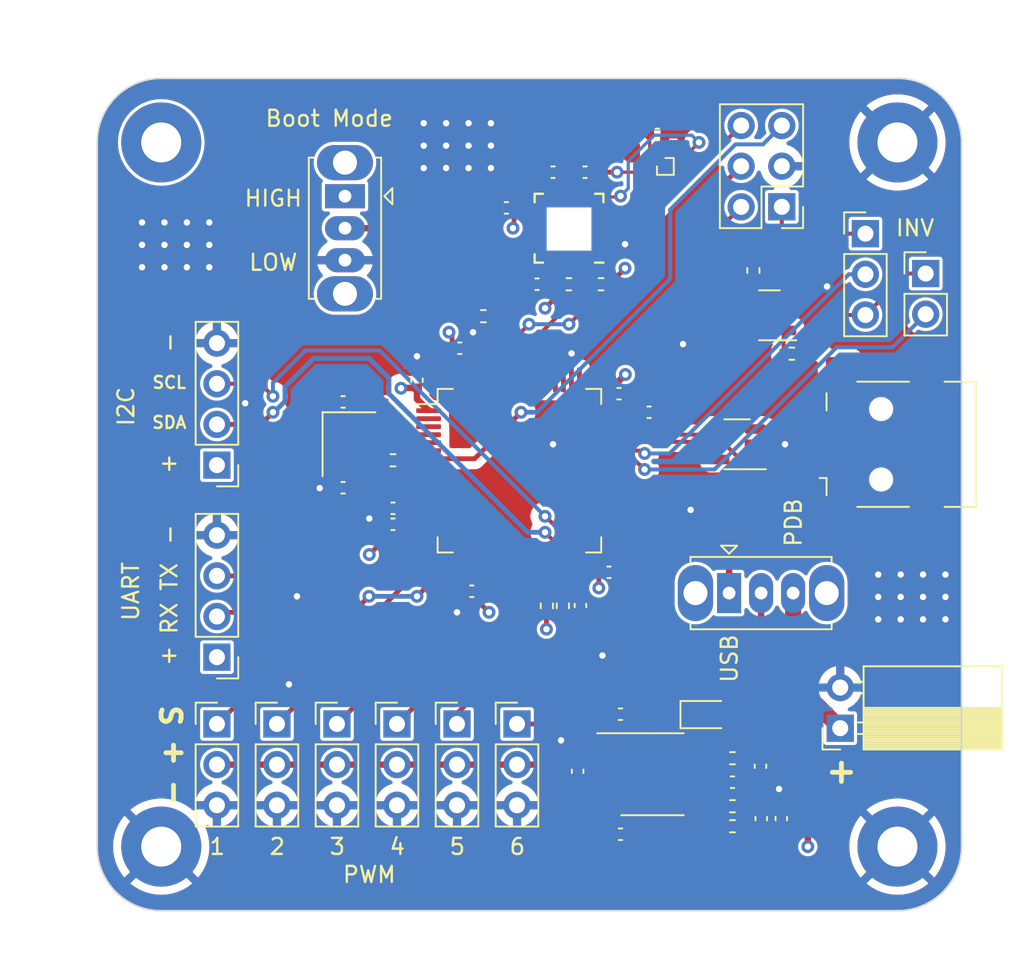
<source format=kicad_pcb>
(kicad_pcb (version 20211014) (generator pcbnew)
  (layers (0 "F.Cu" signal) (1 "In1.Cu" power) (2 "In2.Cu" power) (31 "B.Cu" signal) (34 "B.Paste" user) (35 "F.Paste" user) (36 "B.SilkS" user "B.Silkscreen") (37 "F.SilkS" user "F.Silkscreen") (38 "B.Mask" user) (39 "F.Mask" user) (44 "Edge.Cuts" user))
  (net 0 "")
  (net 1 "+5V")
  (net 2 "GND")
  (net 3 "Net-(C2-Pad1)")
  (net 4 "Net-(C3-Pad1)")
  (net 5 "Net-(C4-Pad1)")
  (net 6 "Net-(C5-Pad1)")
  (net 7 "Net-(C5-Pad2)")
  (net 8 "S_HSE_IN")
  (net 9 "Net-(C7-Pad1)")
  (net 10 "+3V3")
  (net 11 "Net-(C10-Pad1)")
  (net 12 "Net-(C12-Pad1)")
  (net 13 "Net-(C15-Pad1)")
  (net 14 "+3.3VA")
  (net 15 "Net-(C23-Pad2)")
  (net 16 "Net-(C24-Pad1)")
  (net 17 "PDB_REG_5v")
  (net 18 "USB_5v")
  (net 19 "USB_CONN_DM")
  (net 20 "USB_CONN_DP")
  (net 23 "S_SWDIO")
  (net 24 "S_SWCLK")
  (net 25 "S_NRST")
  (net 26 "S_SWO")
  (net 27 "S_USART2_RX")
  (net 28 "S_USART2_TX")
  (net 29 "S_TIM3_CH1")
  (net 30 "S_TIM3_CH2")
  (net 31 "S_TIM3_CH3")
  (net 32 "S_TIM3_CH4")
  (net 33 "S_TIM8_CH1")
  (net 34 "S_TIM8_CH2")
  (net 35 "S_I2C2_SCL")
  (net 36 "S_I2C2_SDA")
  (net 37 "Net-(R2-Pad2)")
  (net 38 "S_BOOT0")
  (net 39 "Net-(R3-Pad2)")
  (net 40 "S_HSE_OUT")
  (net 41 "S_I2C1_SCL")
  (net 42 "S_I2C1_SDA")
  (net 64 "/MCU/SBUS_RX_INV")
  (net 65 "S_SBUS_RX")
  (net 66 "S_USB_DM")
  (net 67 "S_USB_DP")
  (net 81 "SBUS_RX")
  (net 82 "SBUS_TX")
  (net 92 "Net-(Q1-Pad1)")
  (net 93 "AUX_SDA")
  (net 94 "AUX_SCL")
  (footprint "Capacitor_SMD:C_0402_1005Metric" (layer "F.Cu") (at 134.48 101.86 180)
    (fp_text reference "C17" hide)
    (fp_text value "10nF")
  )
  (footprint "Capacitor_SMD:C_0402_1005Metric" (layer "F.Cu") (at 143.48 86.86 180)
    (fp_text reference "C24" hide)
    (fp_text value "2.2uF")
  )
  (footprint "Resistor_SMD:R_0402_1005Metric" (layer "F.Cu") (at 144.094333 106.952348 -90)
    (fp_text reference "R8" hide)
    (fp_text value "4.7k")
  )
  (footprint "Connector_PinHeader_2.54mm:PinHeader_1x03_P2.54mm_Vertical" (layer "F.Cu") (at 164 83.7)
    (fp_text reference "J12" hide)
    (fp_text value "Conn_01x03")
  )
  (footprint "Connector_PinHeader_2.54mm:PinHeader_1x03_P2.54mm_Vertical" (layer "F.Cu") (at 134.73 114.335)
    (fp_text reference "J8" hide)
    (fp_text value "Conn_01x03")
  )
  (footprint "Connector_PinHeader_2.54mm:PinHeader_1x04_P2.54mm_Vertical" (layer "F.Cu") (at 123.48 98.16 180)
    (fp_text reference "J11" hide)
    (fp_text value "Conn_01x04")
  )
  (footprint "Capacitor_SMD:C_0402_1005Metric" (layer "F.Cu") (at 151 77.5)
    (fp_text reference "C19" hide)
    (fp_text value "2.2uF")
  )
  (footprint "Inductor_SMD:L_0402_1005Metric" (layer "F.Cu") (at 134.495 102.86)
    (fp_text reference "L2" hide)
    (fp_text value "39nH")
  )
  (footprint "Button_Switch_THT:SW_Slide_1P2T_CK_OS102011MS2Q" (layer "F.Cu") (at 131.48 81.36 -90)
    (fp_text reference "SW1" hide)
    (fp_text value "SW_SPDT")
  )
  (footprint "Capacitor_SMD:C_0402_1005Metric" (layer "F.Cu") (at 138.652867 90.86)
    (fp_text reference "C14" hide)
    (fp_text value "100nF")
  )
  (footprint "Resistor_SMD:R_0402_1005Metric" (layer "F.Cu") (at 159.4 91.2 180)
    (fp_text reference "R10" hide)
    (fp_text value "1k")
  )
  (footprint "Resistor_SMD:R_0402_1005Metric" (layer "F.Cu") (at 155.691936 119.475527)
    (fp_text reference "R7" hide)
    (fp_text value "3.24k")
  )
  (footprint "Capacitor_SMD:C_0402_1005Metric" (layer "F.Cu") (at 148.691936 113.725527)
    (fp_text reference "C5" hide)
    (fp_text value "100nF")
  )
  (footprint "MountingHole:MountingHole_2.5mm_Pad" (layer "F.Cu") (at 166 122)
    (fp_text reference "H1" hide)
    (fp_text value "MountingHole_Pad")
  )
  (footprint "Diode_SMD:D_SOD-323F" (layer "F.Cu") (at 153.941936 113.75)
    (fp_text reference "D1" hide)
    (fp_text value "PMEG4010EJ")
  )
  (footprint "MountingHole:MountingHole_2.5mm_Pad" (layer "F.Cu") (at 120 122)
    (fp_text reference "H2" hide)
    (fp_text value "MountingHole_Pad")
  )
  (footprint "Capacitor_SMD:C_0402_1005Metric" (layer "F.Cu") (at 146.194598 106.932267 -90)
    (fp_text reference "C10" hide)
    (fp_text value "2.2uF")
  )
  (footprint "Connector_PinHeader_2.54mm:PinHeader_1x04_P2.54mm_Vertical" (layer "F.Cu") (at 123.48 110.16 180)
    (fp_text reference "J4" hide)
    (fp_text value "Conn_01x04")
  )
  (footprint "Resistor_SMD:R_0402_1005Metric" (layer "F.Cu") (at 145.094333 106.952348 -90)
    (fp_text reference "R9" hide)
    (fp_text value "4.7k")
  )
  (footprint "Capacitor_SMD:C_0402_1005Metric" (layer "F.Cu") (at 157.441936 116.975527 -90)
    (fp_text reference "C3" hide)
    (fp_text value "3nF")
  )
  (footprint "Capacitor_SMD:C_0402_1005Metric" (layer "F.Cu") (at 146.48 79.86)
    (fp_text reference "C21" hide)
    (fp_text value "0.1uF")
  )
  (footprint "MountingHole:MountingHole_2.5mm_Pad" (layer "F.Cu") (at 120 78)
    (fp_text reference "H1" hide)
    (fp_text value "MountingHole_Pad")
  )
  (footprint "Capacitor_SMD:C_0402_1005Metric" (layer "F.Cu") (at 134.48 100.86 180)
    (fp_text reference "C16" hide)
    (fp_text value "1uF")
  )
  (footprint "Capacitor_SMD:C_0402_1005Metric" (layer "F.Cu") (at 148.691936 121.225527)
    (fp_text reference "C4" hide)
    (fp_text value "8.2nF")
  )
  (footprint "Capacitor_SMD:C_0402_1005Metric" (layer "F.Cu") (at 141.562228 82.091091)
    (fp_text reference "C22" hide)
    (fp_text value "0.1uF")
  )
  (footprint "Package_SO:SOIC-8_3.9x4.9mm_P1.27mm" (layer "F.Cu") (at 150.691936 117.475527)
    (fp_text reference "U3" hide)
    (fp_text value "TPS54331DR")
  )
  (footprint "Inductor_SMD:L_0402_1005Metric" (layer "F.Cu") (at 158.721414 116.041017 -90)
    (fp_text reference "L1" hide)
    (fp_text value "6.8uH")
  )
  (footprint "Connector_PinHeader_2.54mm:PinHeader_1x03_P2.54mm_Vertical" (layer "F.Cu") (at 130.98 114.335)
    (fp_text reference "J7" hide)
    (fp_text value "Conn_01x03")
  )
  (footprint "Capacitor_SMD:C_0402_1005Metric" (layer "F.Cu") (at 139.405207 106.043876 180)
    (fp_text reference "C9" hide)
    (fp_text value "100nF")
  )
  (footprint "Capacitor_SMD:C_0402_1005Metric" (layer "F.Cu") (at 157.491157 120.250554 90)
    (fp_text reference "C15" hide)
    (fp_text value "22uF")
  )
  (footprint "Connector_USB:USB_Mini-B_Lumberg_2486_01_Horizontal" (layer "F.Cu") (at 164.98 96.86 90)
    (fp_text reference "J2" hide)
    (fp_text value "USB_B_Mini")
  )
  (footprint "Connector_PinSocket_2.54mm:PinSocket_1x02_P2.54mm_Horizontal" (layer "F.Cu") (at 162.425 114.6 180)
    (fp_text reference "J1" hide)
    (fp_text value "Conn_01x02")
  )
  (footprint "Capacitor_SMD:C_0402_1005Metric" (layer "F.Cu") (at 135.98 92.86 90)
    (fp_text reference "C8" hide)
    (fp_text value "4.7uF")
  )
  (footprint "Sensor_Motion:InvenSense_QFN-24_4x4mm_P0.5mm" (layer "F.Cu") (at 145.48 83.36 180)
    (fp_text reference "U2" hide)
    (fp_text value "MPU-6050")
  )
  (footprint "Resistor_SMD:R_0402_1005Metric" (layer "F.Cu") (at 147.48 86.86)
    (fp_text reference "R6" hide)
    (fp_text value "4.7k")
  )
  (footprint "Button_Switch_THT:SW_Slide_1P2T_CK_OS102011MS2Q" (layer "F.Cu") (at 155.48 106.1575)
    (fp_text reference "SW2" hide)
    (fp_text value "SW_SPDT")
  )
  (footprint "Capacitor_SMD:C_0402_1005Metric" (layer "F.Cu") (at 158.743383 120.250554 90)
    (fp_text reference "C18" hide)
    (fp_text value "22uF")
  )
  (footprint "Capacitor_SMD:C_0402_1005Metric" (layer "F.Cu") (at 155.691936 117.975527)
    (fp_text reference "C2" hide)
    (fp_text value "10pF")
  )
  (footprint "Fuse:Fuse_0402_1005Metric" (layer "F.Cu") (at 160.441936 120.261538 -90)
    (fp_text reference "F1" hide)
    (fp_text value "750mA")
  )
  (footprint "Connector_PinHeader_2.54mm:PinHeader_1x02_P2.54mm_Vertical" (layer "F.Cu") (at 167.765581 86.191641)
    (fp_text reference "J13" hide)
    (fp_text value "Conn_01x02")
  )
  (footprint "Capacitor_SMD:C_0402_1005Metric" (layer "F.Cu") (at 147.98 104.86)
    (fp_text reference "C11" hide)
    (fp_text value "100nF")
  )
  (footprint "Capacitor_SMD:C_0402_1005Metric" (layer "F.Cu") (at 131.363061 94.213999)
    (fp_text reference "C6" hide)
    (fp_text value "12pF")
  )
  (footprint "Resistor_SMD:R_0402_1005Metric" (layer "F.Cu") (at 145.47 86.86 180)
    (fp_text reference "R5" hide)
    (fp_text value "4.7k")
  )
  (footprint "Capacitor_SMD:C_0402_1005Metric" (layer "F.Cu") (at 146.016872 117.293771 -90)
    (fp_text reference "C1" hide)
    (fp_text value "10uF")
  )
  (footprint "Capacitor_SMD:C_0402_1005Metric" (layer "F.Cu") (at 150.48 94.86)
    (fp_text reference "C12" hide)
    (fp_text value "2.2uF")
  )
  (footprint "Connector_PinHeader_2.54mm:PinHeader_1x03_P2.54mm_Vertical" (layer "F.Cu") (at 123.48 114.335)
    (fp_text reference "J5" hide)
    (fp_text value "Conn_01x03")
  )
  (footprint "Connector_PinHeader_2.54mm:PinHeader_1x03_P2.54mm_Vertical" (layer "F.Cu") (at 142.23 114.335)
    (fp_text reference "J10" hide)
    (fp_text value "Conn_01x03")
  )
  (footprint "Connector_PinHeader_2.54mm:PinHeader_1x03_P2.54mm_Vertical" (layer "F.Cu") (at 138.48 114.335)
    (fp_text reference "J9" hide)
    (fp_text value "Conn_01x03")
  )
  (footprint "Package_QFP:LQFP-64_10x10mm_P0.5mm" (layer "F.Cu") (at 142.38 98.51)
    (fp_text reference "U1" hide)
    (fp_text value "STM32F405RGT6")
  )
  (footprint "Package_BGA:WLP-4_0.83x0.83mm_P0.4mm" (layer "F.Cu") (at 151.5 79.5)
    (fp_text reference "U5" hide)
    (fp_text value "MMC5603NJ")
  )
  (footprint "Capacitor_SMD:C_0402_1005Metric" (layer "F.Cu") (at 148.6 93.7)
    (fp_text reference "C13" hide)
    (fp_text value "100nF")
  )
  (footprint "Capacitor_SMD:C_0402_1005Metric" (layer "F.Cu") (at 131.363061 99.574404 180)
    (fp_text reference "C7" hide)
    (fp_text value "12pF")
  )
  (footprint "Resistor_SMD:R_0402_1005Metric" (layer "F.Cu") (at 155.691936 120.725527 180)
    (fp_text reference "R2" hide)
    (fp_text value "10.2k")
  )
  (footprint "Package_TO_SOT_SMD:SOT-23" (layer "F.Cu") (at 158 88.8 180)
    (fp_text reference "Q1" hide)
    (fp_text value "MMBT3904")
  )
  (footprint "Connector_PinHeader_2.54mm:PinHeader_1x03_P2.54mm_Vertical" (layer "F.Cu") (at 127.23 114.335)
    (fp_text reference "J6" hide)
    (fp_text value "Conn_01x03")
  )
  (footprint "Capacitor_SMD:C_0402_1005Metric" (layer "F.Cu") (at 144.48 79.86)
    (fp_text reference "C23" hide)
    (fp_text value "0.1uF")
  )
  (footprint "Resistor_SMD:R_0402_1005Metric" (layer "F.Cu") (at 140.129726 88.857033 180)
    (fp_text reference "R3" hide)
    (fp_text value "10k")
  )
  (footprint "Resistor_SMD:R_0402_1005Metric" (layer "F.Cu") (at 155.691936 116.475527)
    (fp_text reference "R1" hide)
    (fp_text value "11.5k")
  )
  (footprint "Package_TO_SOT_SMD:SOT-23-6" (layer "F.Cu") (at 155.98 96.86 180)
    (fp_text reference "U4" hide)
    (fp_text value "USBLC6-2SC6")
  )
  (footprint "Crystal:Crystal_SMD_3225-4Pin_3.2x2.5mm" (layer "F.Cu") (at 131.73 96.86 -90)
    (fp_text reference "Y1" hide)
    (fp_text value "16MHz")
  )
  (footprint "MountingHole:MountingHole_2.5mm_Pad" (layer "F.Cu") (at 166 78)
    (fp_text reference "H3" hide)
    (fp_text value "MountingHole_Pad")
  )
  (footprint "Resistor_SMD:R_0402_1005Metric" (layer "F.Cu") (at 134.48 97.86 180)
    (fp_text reference "R4" hide)
    (fp_text value "47")
  )
  (footprint "Connector_PinHeader_2.54mm:PinHeader_2x03_P2.54mm_Vertical" (layer "F.Cu") (at 158.775 82.025 180)
    (fp_text reference "J3" hide)
    (fp_text value "Conn_02x03_Odd_Even")
  )
  (footprint "Resistor_SMD:R_0402_1005Metric" (layer "F.Cu") (at 157 86 90)
    (fp_text reference "R11" hide)
    (fp_text value "1k")
  )
  (gr_line (start 166 74) (end 120 74) (layer "Edge.Cuts") (width 0.1))
  (gr_arc (start 116 78) (mid 117.171573 75.171573) (end 120 74) (layer "Edge.Cuts") (width 0.1))
  (gr_arc (start 166 74) (mid 168.828427 75.171573) (end 170 78) (layer "Edge.Cuts") (width 0.1))
  (gr_line (start 116 78) (end 116 122) (layer "Edge.Cuts") (width 0.1))
  (gr_arc (start 170 122) (mid 168.828427 124.828427) (end 166 126) (layer "Edge.Cuts") (width 0.1))
  (gr_line (start 170 122) (end 170 78) (layer "Edge.Cuts") (width 0.1))
  (gr_line (start 119.828427 126) (end 166 126) (layer "Edge.Cuts") (width 0.1))
  (gr_arc (start 119.832104 125.999999) (mid 117.112626 124.769703) (end 116 122) (layer "Edge.Cuts") (width 0.1))
  (gr_text "HIGH" (at 127 81.5) (layer "F.SilkS") (effects (font (size 1 1))))
  (gr_text "SDA" (at 120.5 95.5) (layer "F.SilkS") (effects (font (size 0.75 0.75))))
  (gr_text "-" (at 120.5 90.5 90) (layer "F.SilkS") (effects (font (size 1 1))))
  (gr_text "+" (at 120.5 110) (layer "F.SilkS") (effects (font (size 1 1))))
  (gr_text "2" (at 127.25 122) (layer "F.SilkS") (effects (font (size 1 1))))
  (gr_text "UART" (at 118.1 106.05 90) (layer "F.SilkS") (effects (font (size 1 1))))
  (gr_text "Boot Mode" (at 130.5 76.5) (layer "F.SilkS") (effects (font (size 1 1))))
  (gr_text "USB" (at 155.5 110.25 90) (layer "F.SilkS") (effects (font (size 1 1))))
  (gr_text "I2C" (at 117.8 94.5 90) (layer "F.SilkS") (effects (font (size 1 1))))
  (gr_text "- + S" (at 120.680903 116.314267 90) (layer "F.SilkS") (effects (font (size 1.25 1.25) (thickness 0.3))))
  (gr_text "3" (at 131 122) (layer "F.SilkS") (effects (font (size 1 1))))
  (gr_text "6" (at 142.25 122) (layer "F.SilkS") (effects (font (size 1 1))))
  (gr_text "-" (at 120.5 102.5 90) (layer "F.SilkS") (effects (font (size 1 1))))
  (gr_text "PWM" (at 133 123.75) (layer "F.SilkS") (effects (font (size 1 1))))
  (gr_text "INV" (at 167.1 83.35) (layer "F.SilkS") (effects (font (size 1 1))))
  (gr_text "SCL" (at 120.5 93) (layer "F.SilkS") (effects (font (size 0.75 0.75))))
  (gr_text "1" (at 123.5 122) (layer "F.SilkS") (effects (font (size 1 1))))
  (gr_text "4" (at 134.75 122) (layer "F.SilkS") (effects (font (size 1 1))))
  (gr_text "5" (at 138.5 122) (layer "F.SilkS") (effects (font (size 1 1))))
  (gr_text "+" (at 162.5 117.25) (layer "F.SilkS") (effects (font (size 1.5 1.5) (thickness 0.3))))
  (gr_text "+" (at 120.5 98) (layer "F.SilkS") (effects (font (size 1 1))))
  (gr_text "LOW" (at 127 85.5) (layer "F.SilkS") (effects (font (size 1 1))))
  (gr_text "PDB" (at 159.5 101.75 90) (layer "F.SilkS") (effects (font (size 1 1))))
  (gr_text "RX TX" (at 120.5 106.5 90) (layer "F.SilkS") (effects (font (size 1 1))))
  (segment (start 147.734798 116.840527) (end 146.583041 115.68877) (width 0.4) (layer "F.Cu") (net 1))
  (segment (start 138.48 116.875) (end 142.23 116.875) (width 0.4) (layer "F.Cu") (net 1))
  (segment (start 130.98 116.875) (end 134.73 116.875) (width 0.4) (layer "F.Cu") (net 1))
  (segment (start 142.23 116.875) (end 145.955643 116.875) (width 0.4) (layer "F.Cu") (net 1))
  (segment (start 146.583041 114.281426) (end 152.504467 108.36) (width 0.4) (layer "F.Cu") (net 1))
  (segment (start 146.583041 115.68877) (end 146.583041 114.281426) (width 0.4) (layer "F.Cu") (net 1))
  (segment (start 148.216936 116.840527) (end 147.734798 116.840527) (width 0.4) (layer "F.Cu") (net 1))
  (segment (start 156.9275 108.36) (end 157.48 107.8075) (width 0.4) (layer "F.Cu") (net 1))
  (segment (start 157.48 107.8075) (end 157.48 106.1575) (width 0.4) (layer "F.Cu") (net 1))
  (segment (start 123.48 116.875) (end 127.23 116.875) (width 0.4) (layer "F.Cu") (net 1))
  (segment (start 145.955643 116.875) (end 146.016872 116.813771) (width 0.4) (layer "F.Cu") (net 1))
  (segment (start 134.73 116.875) (end 138.48 116.875) (width 0.4) (layer "F.Cu") (net 1))
  (segment (start 127.23 116.875) (end 130.98 116.875) (width 0.4) (layer "F.Cu") (net 1))
  (segment (start 152.504467 108.36) (end 156.9275 108.36) (width 0.4) (layer "F.Cu") (net 1))
  (segment (start 148.216936 116.840527) (end 146.043628 116.840527) (width 0.4) (layer "F.Cu") (net 1))
  (segment (start 146.043628 116.840527) (end 146.016872 116.813771) (width 0.4) (layer "F.Cu") (net 1))
  (segment (start 133 101.5) (end 134.29952 100.20048) (width 0.3) (layer "F.Cu") (net 2))
  (segment (start 134 100.86) (end 133.64 100.86) (width 0.3) (layer "F.Cu") (net 2))
  (segment (start 132.58 94.950938) (end 131.843061 94.213999) (width 0.3) (layer "F.Cu") (net 2))
  (segment (start 130.88 99.571343) (end 130.883061 99.574404) (width 0.3) (layer "F.Cu") (net 2))
  (segment (start 130.857465 99.6) (end 130.883061 99.574404) (width 0.4) (layer "F.Cu") (net 2))
  (segment (start 148.73 84.61) (end 147.43 84.61) (width 0.3) (layer "F.Cu") (net 2))
  (segment (start 139.13 92.835) (end 139.13 90.862867) (width 0.3) (layer "F.Cu") (net 2))
  (segment (start 139.13 90.862867) (end 139.132867 90.86) (width 0.3) (layer "F.Cu") (net 2))
  (segment (start 138.925207 106.043876) (end 138.925207 106.914793) (width 0.3) (layer "F.Cu") (net 2))
  (segment (start 156.921936 117.975527) (end 157.441936 117.455527) (width 0.3) (layer "F.Cu") (net 2))
  (segment (start 144.73 80.919994) (end 144.73 81.41) (width 0.25) (layer "F.Cu") (net 2))
  (segment (start 151.48 77.5) (end 151.275489 77.704511) (width 0.2) (layer "F.Cu") (net 2))
  (segment (start 156.171936 117.975527) (end 156.921936 117.975527) (width 0.3) (layer "F.Cu") (net 2))
  (segment (start 139.132867 90.207133) (end 139.48 89.86) (width 0.3) (layer "F.Cu") (net 2))
  (segment (start 144 80.189994) (end 144.73 80.919994) (width 0.25) (layer "F.Cu") (net 2))
  (segment (start 130.88 97.96) (end 130.88 99.571343) (width 0.3) (layer "F.Cu") (net 2))
  (segment (start 148.98 84.36) (end 148.73 84.61) (width 0.3) (layer "F.Cu") (net 2))
  (segment (start 145.73 80.13) (end 145.73 81.41) (width 0.25) (layer "F.Cu") (net 2))
  (segment (start 157.1175 96.86) (end 158.98 96.86) (width 0.4) (layer "F.Cu") (net 2))
  (segment (start 143 85.14) (end 143 86.86) (width 0.25) (layer "F.Cu") (net 2))
  (segment (start 134 100.86) (end 134 101.86) (width 0.3) (layer "F.Cu") (net 2))
  (segment (start 135.42 100.20048) (end 135.47952 100.26) (width 0.3) (layer "F.Cu") (net 2))
  (segment (start 135.47952 100.26) (end 136.705 100.26) (width 0.3) (layer "F.Cu") (net 2))
  (segment (start 134.29952 100.20048) (end 135.42 100.20048) (width 0.3) (layer "F.Cu") (net 2))
  (segment (start 144 79.86) (end 144 80.189994) (width 0.25) (layer "F.Cu") (net 2))
  (segment (start 133.64 100.86) (end 133 101.5) (width 0.3) (layer "F.Cu") (net 2))
  (segment (start 146 79.86) (end 145.73 80.13) (width 0.25) (layer "F.Cu") (net 2))
  (segment (start 135.98 92.38) (end 135.98 91.36) (width 0.3) (layer "F.Cu") (net 2))
  (segment (start 151.275489 77.704511) (end 151.275489 79.15) (width 0.2) (layer "F.Cu") (net 2))
  (segment (start 139.132867 90.86) (end 139.132867 90.207133) (width 0.3) (layer "F.Cu") (net 2))
  (segment (start 132.58 95.76) (end 132.58 94.950938) (width 0.3) (layer "F.Cu") (net 2))
  (segment (start 139.13 105.839083) (end 139.13 104.185) (width 0.3) (layer "F.Cu") (net 2))
  (segment (start 129.9 99.6) (end 130.857465 99.6) (width 0.4) (layer "F.Cu") (net 2))
  (segment (start 138.925207 106.914793) (end 138.48 107.36) (width 0.3) (layer "F.Cu") (net 2))
  (segment (start 138.925207 106.043876) (end 139.13 105.839083) (width 0.3) (layer "F.Cu") (net 2))
  (segment (start 143.53 84.61) (end 143 85.14) (width 0.25) (layer "F.Cu") (net 2))
  (via (at 164.8 106.4) (size 0.8) (drill 0.4) (layers "F.Cu" "B.Cu") (net 2))
  (via (at 125.244256 94.297593) (size 0.8) (drill 0.4) (layers "F.Cu" "B.Cu") (net 2))
  (via (at 138.48 107.36) (size 0.8) (drill 0.4) (layers "F.Cu" "B.Cu") (net 2))
  (via (at 120.2 84.4) (size 0.8) (drill 0.4) (layers "F.Cu" "B.Cu") (net 2))
  (via (at 153.08 100.96) (size 0.8) (drill 0.4) (layers "F.Cu" "B.Cu") (net 2))
  (via (at 164.8 105) (size 0.8) (drill 0.4) (layers "F.Cu" "B.Cu") (net 2))
  (via (at 120.2 85.8) (size 0.8) (drill 0.4) (layers "F.Cu" "B.Cu") (net 2))
  (via (at 169 106.4) (size 0.8) (drill 0.4) (layers "F.Cu" "B.Cu") (net 2))
  (via (at 145.638193 91.181215) (size 0.8) (drill 0.4) (layers "F.Cu" "B.Cu") (net 2))
  (via (at 140.6 79.6) (size 0.8) (drill 0.4) (layers "F.Cu" "B.Cu") (net 2))
  (via (at 133 101.5) (size 0.8) (drill 0.4) (layers "F.Cu" "B.Cu") (net 2))
  (via (at 158.6 118.4) (size 0.8) (drill 0.4) (layers "F.Cu" "B.Cu") (net 2))
  (via (at 123 84.4) (size 0.8) (drill 0.4) (layers "F.Cu" "B.Cu") (net 2))
  (via (at 123 83) (size 0.8) (drill 0.4) (layers "F.Cu" "B.Cu") (net 2))
  (via (at 169 105) (size 0.8) (drill 0.4) (layers "F.Cu" "B.Cu") (net 2))
  (via (at 137.8 76.8) (size 0.8) (drill 0.4) (layers "F.Cu" "B.Cu") (net 2))
  (via (at 135.98 91.36) (size 0.8) (drill 0.4) (layers "F.Cu" "B.Cu") (net 2))
  (via (at 139.2 79.6) (size 0.8) (drill 0.4) (layers "F.Cu" "B.Cu") (net 2))
  (via (at 144.48 96.86) (size 0.8) (drill 0.4) (layers "F.Cu" "B.Cu") (net 2))
  (via (at 166.2 107.8) (size 0.8) (drill 0.4) (layers "F.Cu" "B.Cu") (net 2))
  (via (at 167.6 107.8) (size 0.8) (drill 0.4) (layers "F.Cu" "B.Cu") (net 2))
  (via (at 167.6 105) (size 0.8) (drill 0.4) (layers "F.Cu" "B.Cu") (net 2))
  (via (at 123 85.8) (size 0.8) (drill 0.4) (layers "F.Cu" "B.Cu") (net 2))
  (via (at 140.6 78.2) (size 0.8) (drill 0.4) (layers "F.Cu" "B.Cu") (net 2))
  (via (at 166.2 105) (size 0.8) (drill 0.4) (layers "F.Cu" "B.Cu") (net 2))
  (via (at 161.6 87) (size 0.8) (drill 0.4) (layers "F.Cu" "B.Cu") (net 2))
  (via (at 137.8 78.2) (size 0.8) (drill 0.4) (layers "F.Cu" "B.Cu") (net 2))
  (via (at 136.4 79.6) (size 0.8) (drill 0.4) (layers "F.Cu" "B.Cu") (net 2))
  (via (at 137.8 79.6) (size 0.8) (drill 0.4) (layers "F.Cu" "B.Cu") (net 2))
  (via (at 164.8 107.8) (size 0.8) (drill 0.4) (layers "F.Cu" "B.Cu") (net 2))
  (via (at 152.6 90.6) (size 0.8) (drill 0.4) (layers "F.Cu" "B.Cu") (net 2))
  (via (at 169 107.8) (size 0.8) (drill 0.4) (layers "F.Cu" "B.Cu") (net 2))
  (via (at 136.4 76.8) (size 0.8) (drill 0.4) (layers "F.Cu" "B.Cu") (net 2))
  (via (at 158.98 96.86) (size 0.8) (drill 0.4) (layers "F.Cu" "B.Cu") (net 2))
  (via (at 127.98 111.86) (size 0.8) (drill 0.4) (layers "F.Cu" "B.Cu") (net 2))
  (via (at 121.6 85.8) (size 0.8) (drill 0.4) (layers "F.Cu" "B.Cu") (net 2))
  (via (at 120.2 83) (size 0.8) (drill 0.4) (layers "F.Cu" "B.Cu") (net 2))
  (via (at 121.6 83) (size 0.8) (drill 0.4) (layers "F.Cu" "B.Cu") (net 2))
  (via (at 144.98 115.36) (size 0.8) (drill 0.4) (layers "F.Cu" "B.Cu") (net 2))
  (via (at 140.6 76.8) (size 0.8) (drill 0.4) (layers "F.Cu" "B.Cu") (net 2))
  (via (at 148.98 84.36) (size 0.8) (drill 0.4) (layers "F.Cu" "B.Cu") (net 2))
  (via (at 128.48 106.36) (size 0.8) (drill 0.4) (layers "F.Cu" "B.Cu") (net 2))
  (via (at 139.2 78.2) (size 0.8) (drill 0.4) (layers "F.Cu" "B.Cu") (net 2))
  (via (at 166.2 106.4) (size 0.8) (drill 0.4) (layers "F.Cu" "B.Cu") (net 2))
  (via (at 118.8 85.8) (size 0.8) (drill 0.4) (layers "F.Cu" "B.Cu") (net 2))
  (via (at 118.8 84.4) (size 0.8) (drill 0.4) (layers "F.Cu" "B.Cu") (net 2))
  (via (at 118.8 83) (size 0.8) (drill 0.4) (layers "F.Cu" "B.Cu") (net 2))
  (via (at 139.48 89.86) (size 0.8) (drill 0.4) (layers "F.Cu" "B.Cu") (net 2))
  (via (at 129.9 99.6) (size 0.8) (drill 0.4) (layers "F.Cu" "B.Cu") (net 2))
  (via (at 121.6 84.4) (size 0.8) (drill 0.4) (layers "F.Cu" "B.Cu") (net 2))
  (via (at 136.4 78.2) (size 0.8) (drill 0.4) (layers "F.Cu" "B.Cu") (net 2))
  (via (at 167.6 106.4) (size 0.8) (drill 0.4) (layers "F.Cu" "B.Cu") (net 2))
  (via (at 147.567283 110.059092) (size 0.8) (drill 0.4) (layers "F.Cu" "B.Cu") (net 2))
  (via (at 139.2 76.8) (size 0.8) (drill 0.4) (layers "F.Cu" "B.Cu") (net 2))
  (segment (start 153.301936 117.975527) (end 153.166936 118.110527) (width 0.4) (layer "F.Cu") (net 3))
  (segment (start 155.211936 116.505527) (end 155.181936 116.475527) (width 0.4) (layer "F.Cu") (net 3))
  (segment (start 155.211936 117.975527) (end 155.211936 116.505527) (width 0.4) (layer "F.Cu") (net 3))
  (segment (start 155.211936 117.975527) (end 153.301936 117.975527) (width 0.4) (layer "F.Cu") (net 3))
  (segment (start 157.421936 116.475527) (end 157.441936 116.495527) (width 0.4) (layer "F.Cu") (net 4))
  (segment (start 156.201936 116.475527) (end 157.421936 116.475527) (width 0.4) (layer "F.Cu") (net 4))
  (segment (start 148.211936 121.225527) (end 148.211936 119.385527) (width 0.5) (layer "F.Cu") (net 5))
  (segment (start 148.211936 119.385527) (end 148.216936 119.380527) (width 0.5) (layer "F.Cu") (net 5))
  (segment (start 148.216936 115.570527) (end 148.216936 113.730527) (width 0.4) (layer "F.Cu") (net 6))
  (segment (start 148.216936 113.730527) (end 148.211936 113.725527) (width 0.4) (layer "F.Cu") (net 6))
  (segment (start 152.841936 113.75) (end 149.196409 113.75) (width 0.4) (layer "F.Cu") (net 7))
  (segment (start 152.841936 113.75) (end 152.841936 115.245527) (width 0.4) (layer "F.Cu") (net 7))
  (segment (start 153.181446 115.556017) (end 153.166936 115.570527) (width 0.4) (layer "F.Cu") (net 7))
  (segment (start 152.841936 115.245527) (end 153.166936 115.570527) (width 0.4) (layer "F.Cu") (net 7))
  (segment (start 158.721414 115.556017) (end 153.181446 115.556017) (width 0.4) (layer "F.Cu") (net 7))
  (segment (start 149.196409 113.75) (end 149.171936 113.725527) (width 0.4) (layer "F.Cu") (net 7))
  (segment (start 130.88 95.76) (end 130.88 94.21706) (width 0.3) (layer "F.Cu") (net 8))
  (segment (start 130.88 94.21706) (end 130.883061 94.213999) (width 0.3) (layer "F.Cu") (net 8))
  (segment (start 131.006786 96.886786) (end 135.256786 96.886786) (width 0.3) (layer "F.Cu") (net 8))
  (segment (start 135.383572 96.76) (end 136.705 96.76) (width 0.3) (layer "F.Cu") (net 8))
  (segment (start 130.88 96.76) (end 131.006786 96.886786) (width 0.3) (layer "F.Cu") (net 8))
  (segment (start 135.256786 96.886786) (end 135.383572 96.76) (width 0.3) (layer "F.Cu") (net 8))
  (segment (start 130.88 95.76) (end 130.88 96.76) (width 0.3) (layer "F.Cu") (net 8))
  (segment (start 133.97 97.86) (end 132.68 97.86) (width 0.4) (layer "F.Cu") (net 9))
  (segment (start 132.58 97.96) (end 132.58 98.837465) (width 0.4) (layer "F.Cu") (net 9))
  (segment (start 132.68 97.86) (end 132.58 97.96) (width 0.4) (layer "F.Cu") (net 9))
  (segment (start 132.58 98.837465) (end 131.843061 99.574404) (width 0.4) (layer "F.Cu") (net 9))
  (segment (start 139.885207 106.765207) (end 140.48 107.36) (width 0.3) (layer "F.Cu") (net 10))
  (segment (start 160.4 120.788474) (end 160.441936 120.746538) (width 0.4) (layer "F.Cu") (net 10))
  (segment (start 145.094333 107.462348) (end 144.094333 107.462348) (width 0.3) (layer "F.Cu") (net 10))
  (segment (start 148.10452 94.71048) (end 148.055 94.71048) (width 0.4) (layer "F.Cu") (net 10))
  (segment (start 139.885207 106.043876) (end 139.885207 106.765207) (width 0.3) (layer "F.Cu") (net 10))
  (segment (start 149 92.5) (end 148.12 93.38) (width 0.4) (layer "F.Cu") (net 10))
  (segment (start 150.52 77.5) (end 150.52 79.12035) (width 0.2) (layer "F.Cu") (net 10))
  (segment (start 133.89 102.86) (end 133 103.75) (width 0.3) (layer "F.Cu") (net 10))
  (segment (start 136.65548 94.71048) (end 136.705 94.71048) (width 0.4) (layer "F.Cu") (net 10))
  (segment (start 147.5 104.86) (end 146.805 104.86) (width 0.25) (layer "F.Cu") (net 10))
  (segment (start 138.172867 90.052867) (end 137.98 89.86) (width 0.3) (layer "F.Cu") (net 10))
  (segment (start 144.96 87.38) (end 144.96 86.86) (width 0.3) (layer "F.Cu") (net 10))
  (segment (start 146.96 80.189994) (end 146.23 80.919994) (width 0.25) (layer "F.Cu") (net 10))
  (segment (start 157 85.49) (end 158.775 83.715) (width 0.25) (layer "F.Cu") (net 10))
  (segment (start 138.63 92.835) (end 138.172867 92.377867) (width 0.3) (layer "F.Cu") (net 10))
  (segment (start 139.885207 106.043876) (end 139.63 105.788669) (width 0.3) (layer "F.Cu") (net 10))
  (segment (start 147.341036 105.836912) (end 147.341036 105.018964) (width 0.3) (layer "F.Cu") (net 10))
  (segment (start 142.042228 82.091091) (end 142.042228 83.297772) (width 0.3) (layer "F.Cu") (net 10))
  (segment (start 135 93.34) (end 134.98 93.36) (width 0.4) (layer "F.Cu") (net 10))
  (segment (start 144.067913 108.412621) (end 144.067913 107.488768) (width 0.3) (layer "F.Cu") (net 10))
  (segment (start 142.061137 82.11) (end 142.042228 82.091091) (width 0.3) (layer "F.Cu") (net 10))
  (segment (start 135.98 93.34) (end 135 93.34) (width 0.4) (layer "F.Cu") (net 10))
  (segment (start 151.14 79.86) (end 151.2 79.8) (width 0.2) (layer "F.Cu") (net 10))
  (segment (start 148.98 85.86) (end 148.98 85.87) (width 0.3) (layer "F.Cu") (net 10))
  (segment (start 150.52 79.12035) (end 151.124161 79.724511) (width 0.2) (layer "F.Cu") (net 10))
  (segment (start 146.96 79.86) (end 146.96 80.189994) (width 0.25) (layer "F.Cu") (net 10))
  (segment (start 135.98 94.035) (end 136.65548 94.71048) (width 0.4) (layer "F.Cu") (net 10))
  (segment (start 148.48 79.86) (end 146.96 79.86) (width 0.3) (layer "F.Cu") (net 10))
  (segment (start 146.805 104.86) (end 146.13 104.185) (width 0.25) (layer "F.Cu") (net 10))
  (segment (start 143.98 88.36) (end 144.96 87.38) (width 0.3) (layer "F.Cu") (net 10))
  (segment (start 142.042228 83.297772) (end 141.98 83.36) (width 0.3) (layer "F.Cu") (net 10))
  (segment (start 138.172867 90.86) (end 138.172867 90.052867) (width 0.3) (layer "F.Cu") (net 10))
  (segment (start 160.4 122) (end 160.4 120.788474) (width 0.4) (layer "F.Cu") (net 10))
  (segment (start 148.12 94.695) (end 148.10452 94.71048) (width 0.4) (layer "F.Cu") (net 10))
  (segment (start 148.12 93.38) (end 148.12 93.7) (width 0.4) (layer "F.Cu") (net 10))
  (segment (start 148.12 93.7) (end 148.12 94.695) (width 0.4) (layer "F.Cu") (net 10))
  (segment (start 139.63 105.788669) (end 139.63 104.185) (width 0.3) (layer "F.Cu") (net 10))
  (segment (start 135.98 93.34) (end 135.98 94.035) (width 0.4) (layer "F.Cu") (net 10))
  (segment (start 138.172867 92.377867) (end 138.172867 90.86) (width 0.3) (layer "F.Cu") (net 10))
  (segment (start 147.341036 105.018964) (end 147.5 104.86) (width 0.3) (layer "F.Cu") (net 10))
  (segment (start 158.775 83.715) (end 158.775 82.025) (width 0.25) (layer "F.Cu") (net 10))
  (segment (start 148.48 79.86) (end 151.14 79.86) (width 0.2) (layer "F.Cu") (net 10))
  (segment (start 148.98 85.87) (end 147.99 86.86) (width 0.3) (layer "F.Cu") (net 10))
  (segment (start 146.23 80.919994) (end 146.23 81.41) (width 0.25) (layer "F.Cu") (net 10))
  (segment (start 134.01 102.86) (end 133.89 102.86) (width 0.3) (layer "F.Cu") (net 10))
  (segment (start 143.53 82.11) (end 142.061137 82.11) (width 0.3) (layer "F.Cu") (net 10))
  (segment (start 144.067913 107.488768) (end 144.094333 107.462348) (width 0.3) (layer "F.Cu") (net 10))
  (via (at 137.98 89.86) (size 0.8) (drill 0.4) (layers "F.Cu" "B.Cu") (net 10))
  (via (at 148.98 85.86) (size 0.8) (drill 0.4) (layers "F.Cu" "B.Cu") (net 10))
  (via (at 133 103.75) (size 0.8) (drill 0.4) (layers "F.Cu" "B.Cu") (net 10))
  (via (at 148.48 79.86) (size 0.8) (drill 0.4) (layers "F.Cu" "B.Cu") (net 10))
  (via (at 143.98 88.36) (size 0.8) (drill 0.4) (layers "F.Cu" "B.Cu") (net 10))
  (via (at 144.067913 108.412621) (size 0.8) (drill 0.4) (layers "F.Cu" "B.Cu") (net 10))
  (via (at 134.98 93.36) (size 0.8) (drill 0.4) (layers "F.Cu" "B.Cu") (net 10))
  (via (at 147.341036 105.836912) (size 0.8) (drill 0.4) (layers "F.Cu" "B.Cu") (net 10))
  (via (at 160.4 122) (size 0.8) (drill 0.4) (layers "F.Cu" "B.Cu") (net 10))
  (via (at 141.98 83.36) (size 0.8) (drill 0.4) (layers "F.Cu" "B.Cu") (net 10))
  (via (at 149 92.5) (size 0.8) (drill 0.4) (layers "F.Cu" "B.Cu") (net 10))
  (via (at 140.48 107.36) (size 0.8) (drill 0.4) (layers "F.Cu" "B.Cu") (net 10))
  (segment (start 145.63 105.887669) (end 146.194598 106.452267) (width 0.25) (layer "F.Cu") (net 11))
  (segment (start 145.63 104.185) (end 145.63 105.887669) (width 0.25) (layer "F.Cu") (net 11))
  (segment (start 149.6 95.26) (end 150 94.86) (width 0.3) (layer "F.Cu") (net 12))
  (segment (start 148.055 95.26) (end 149.6 95.26) (width 0.3) (layer "F.Cu") (net 12))
  (segment (start 158.743383 120.730554) (end 159.364317 120.730554) (width 0.4) (layer "F.Cu") (net 13))
  (segment (start 160.441936 118.241936) (end 160.441936 119.776538) (width 0.4) (layer "F.Cu") (net 13))
  (segment (start 156.206963 120.730554) (end 156.201936 120.725527) (width 0.4) (layer "F.Cu") (net 13))
  (segment (start 157.491157 120.730554) (end 156.206963 120.730554) (width 0.4) (layer "F.Cu") (net 13))
  (segment (start 159.364317 120.730554) (end 160.318333 119.776538) (width 0.4) (layer "F.Cu") (net 13))
  (segment (start 158.743383 120.730554) (end 157.491157 120.730554) (width 0.4) (layer "F.Cu") (net 13))
  (segment (start 160.318333 119.776538) (end 160.441936 119.776538) (width 0.4) (layer "F.Cu") (net 13))
  (segment (start 158.721414 116.526017) (end 158.726017 116.526017) (width 0.4) (layer "F.Cu") (net 13))
  (segment (start 158.726017 116.526017) (end 160.441936 118.241936) (width 0.4) (layer "F.Cu") (net 13))
  (segment (start 136.705 100.76) (end 135.06 100.76) (width 0.3) (layer "F.Cu") (net 14))
  (segment (start 134.96 102.84) (end 134.98 102.86) (width 0.3) (layer "F.Cu") (net 14))
  (segment (start 134.96 101.86) (end 134.96 102.84) (width 0.3) (layer "F.Cu") (net 14))
  (segment (start 135.06 100.76) (end 134.96 100.86) (width 0.3) (layer "F.Cu") (net 14))
  (segment (start 134.96 100.86) (end 134.96 101.86) (width 0.3) (layer "F.Cu") (net 14))
  (segment (start 144.96 79.86) (end 145.23 80.13) (width 0.25) (layer "F.Cu") (net 15))
  (segment (start 145.23 80.13) (end 145.23 81.41) (width 0.25) (layer "F.Cu") (net 15))
  (segment (start 143.96 86.86) (end 144.73 86.09) (width 0.25) (layer "F.Cu") (net 16))
  (segment (start 144.73 86.09) (end 144.73 85.31) (width 0.25) (layer "F.Cu") (net 16))
  (segment (start 159.48 106.1575) (end 159.48 111.655) (width 1) (layer "F.Cu") (net 17))
  (segment (start 159.48 111.655) (end 162.425 114.6) (width 1) (layer "F.Cu") (net 17))
  (segment (start 155.48 99.463448) (end 156.433928 98.50952) (width 0.4) (layer "F.Cu") (net 18))
  (segment (start 155.48 106.1575) (end 155.48 99.463448) (width 0.4) (layer "F.Cu") (net 18))
  (segment (start 155.98 98.006072) (end 155.98 97.613928) (width 0.25) (layer "F.Cu") (net 18))
  (segment (start 155.98 97.613928) (end 155.226072 96.86) (width 0.25) (layer "F.Cu") (net 18))
  (segment (start 162.28 98.46) (end 156.433928 98.46) (width 0.25) (layer "F.Cu") (net 18))
  (segment (start 156.433928 98.46) (end 155.98 98.006072) (width 0.25) (layer "F.Cu") (net 18))
  (segment (start 155.226072 96.86) (end 154.8425 96.86) (width 0.25) (layer "F.Cu") (net 18))
  (segment (start 157.2675 97.66) (end 157.1175 97.81) (width 0.25) (layer "F.Cu") (net 19))
  (segment (start 162.28 97.66) (end 157.2675 97.66) (width 0.25) (layer "F.Cu") (net 19))
  (segment (start 162.28 96.86) (end 160.48 96.86) (width 0.25) (layer "F.Cu") (net 20))
  (segment (start 160.48 96.86) (end 159.48 95.86) (width 0.25) (layer "F.Cu") (net 20))
  (segment (start 159.48 95.86) (end 159.43 95.91) (width 0.25) (layer "F.Cu") (net 20))
  (segment (start 159.43 95.91) (end 157.1175 95.91) (width 0.25) (layer "F.Cu") (net 20))
  (segment (start 155.385 91.955) (end 151.58 95.76) (width 0.25) (layer "F.Cu") (net 23))
  (segment (start 155.385 82.875) (end 155.385 91.955) (width 0.25) (layer "F.Cu") (net 23))
  (segment (start 156.235 82.025) (end 155.385 82.875) (width 0.25) (layer "F.Cu") (net 23))
  (segment (start 148.055 95.76) (end 151.58 95.76) (width 0.3) (layer "F.Cu") (net 23))
  (segment (start 154 86) (end 154 81.72) (width 0.3) (layer "F.Cu") (net 24))
  (segment (start 147.14 92.86) (end 154 86) (width 0.3) (layer "F.Cu") (net 24))
  (segment (start 146.12952 92.86) (end 147.14 92.86) (width 0.3) (layer "F.Cu") (net 24))
  (segment (start 154 81.72) (end 156.235 79.485) (width 0.3) (layer "F.Cu") (net 24))
  (segment (start 139.58 97.76) (end 142.48 94.86) (width 0.3) (layer "F.Cu") (net 25))
  (segment (start 136.705 97.76) (end 139.58 97.76) (width 0.3) (layer "F.Cu") (net 25))
  (via (at 142.48 94.86) (size 0.8) (drill 0.4) (layers "F.Cu" "B.Cu") (net 25))
  (segment (start 158.775 76.945) (end 157.600489 78.119511) (width 0.25) (layer "B.Cu") (net 25))
  (segment (start 142.48 94.86) (end 143.46957 94.86) (width 0.3) (layer "B.Cu") (net 25))
  (segment (start 155.880489 78.119511) (end 151.8 82.2) (width 0.25) (layer "B.Cu") (net 25))
  (segment (start 157.600489 78.119511) (end 155.880489 78.119511) (width 0.25) (layer "B.Cu") (net 25))
  (segment (start 151.8 82.2) (end 151.8 86.52957) (width 0.25) (layer "B.Cu") (net 25))
  (segment (start 151.8 86.52957) (end 143.46957 94.86) (width 0.25) (layer "B.Cu") (net 25))
  (segment (start 156.235 76.945) (end 149.704511 83.475489) (width 0.25) (layer "F.Cu") (net 26))
  (segment (start 143.13 91.71) (end 143.13 92.835) (width 0.3) (layer "F.Cu") (net 26))
  (segment (start 144.730489 90.109511) (end 143.13 91.71) (width 0.3) (layer "F.Cu") (net 26))
  (segment (start 149.704511 87.135489) (end 146.730489 90.109511) (width 0.25) (layer "F.Cu") (net 26))
  (segment (start 149.704511 83.475489) (end 149.704511 87.135489) (width 0.25) (layer "F.Cu") (net 26))
  (segment (start 146.730489 90.109511) (end 144.730489 90.109511) (width 0.3) (layer "F.Cu") (net 26))
  (segment (start 138.63 104.185) (end 138.155 104.185) (width 0.3) (layer "F.Cu") (net 27))
  (segment (start 132.98 106.36) (end 131.98 107.36) (width 0.3) (layer "F.Cu") (net 27))
  (segment (start 138.155 104.185) (end 135.98 106.36) (width 0.3) (layer "F.Cu") (net 27))
  (segment (start 131.98 107.36) (end 123.74 107.36) (width 0.3) (layer "F.Cu") (net 27))
  (segment (start 123.74 107.36) (end 123.48 107.62) (width 0.3) (layer "F.Cu") (net 27))
  (via (at 132.98 106.36) (size 0.8) (drill 0.4) (layers "F.Cu" "B.Cu") (net 27))
  (via (at 135.98 106.36) (size 0.8) (drill 0.4) (layers "F.Cu" "B.Cu") (net 27))
  (segment (start 135.98 106.36) (end 132.98 106.36) (width 0.3) (layer "B.Cu") (net 27))
  (segment (start 136.705 102.26) (end 133.885 105.08) (width 0.3) (layer "F.Cu") (net 28))
  (segment (start 133.885 105.08) (end 123.48 105.08) (width 0.3) (layer "F.Cu") (net 28))
  (segment (start 127.48 110.36) (end 123.505 114.335) (width 0.3) (layer "F.Cu") (net 29))
  (segment (start 140.880841 103.06048) (end 137.77952 103.06048) (width 0.3) (layer "F.Cu") (net 29))
  (segment (start 123.505 114.335) (end 123.48 114.335) (width 0.3) (layer "F.Cu") (net 29))
  (segment (start 141.13 104.185) (end 141.13 103.309639) (width 0.3) (layer "F.Cu") (net 29))
  (segment (start 137.77952 103.06048) (end 130.48 110.36) (width 0.3) (layer "F.Cu") (net 29))
  (segment (start 130.48 110.36) (end 127.48 110.36) (width 0.3) (layer "F.Cu") (net 29))
  (segment (start 141.13 103.309639) (end 140.880841 103.06048) (width 0.3) (layer "F.Cu") (net 29))
  (segment (start 137.03997 111.86) (end 141.63 107.26997) (width 0.3) (layer "F.Cu") (net 30))
  (segment (start 127.23 114.335) (end 129.705 111.86) (width 0.3) (layer "F.Cu") (net 30))
  (segment (start 141.63 107.26997) (end 141.63 104.185) (width 0.3) (layer "F.Cu") (net 30))
  (segment (start 129.705 111.86) (end 137.03997 111.86) (width 0.3) (layer "F.Cu") (net 30))
  (segment (start 132.955 112.36) (end 137.806802 112.36) (width 0.3) (layer "F.Cu") (net 31))
  (segment (start 130.98 114.335) (end 132.955 112.36) (width 0.3) (layer "F.Cu") (net 31))
  (segment (start 142.460917 107.705885) (end 142.460917 105.879083) (width 0.3) (layer "F.Cu") (net 31))
  (segment (start 142.460917 105.879083) (end 143.13 105.21) (width 0.3) (layer "F.Cu") (net 31))
  (segment (start 143.13 105.21) (end 143.13 104.185) (width 0.3) (layer "F.Cu") (net 31))
  (segment (start 137.806802 112.36) (end 142.460917 107.705885) (width 0.3) (layer "F.Cu") (net 31))
  (segment (start 135.929511 113.135489) (end 134.73 114.335) (width 0.3) (layer "F.Cu") (net 32))
  (segment (start 143.63 104.185) (end 143.63 105.901467) (width 0.3) (layer "F.Cu") (net 32))
  (segment (start 138.317011 113.135489) (end 135.929511 113.135489) (width 0.3) (layer "F.Cu") (net 32))
  (segment (start 143.424813 108.027687) (end 138.317011 113.135489) (width 0.3) (layer "F.Cu") (net 32))
  (segment (start 143.63 105.901467) (end 143.424813 106.106654) (width 0.3) (layer "F.Cu") (net 32))
  (segment (start 143.424813 106.106654) (end 143.424813 108.027687) (width 0.3) (layer "F.Cu") (net 32))
  (segment (start 142.723083 113.135489) (end 139.023439 113.135489) (width 0.3) (layer "F.Cu") (net 33))
  (segment (start 139.023439 113.135489) (end 138.48 113.678928) (width 0.3) (layer "F.Cu") (net 33))
  (segment (start 148.055 100.26) (end 148.930361 100.26) (width 0.3) (layer "F.Cu") (net 33))
  (segment (start 149.529639 100.859278) (end 149.529639 106.328933) (width 0.3) (layer "F.Cu") (net 33))
  (segment (start 138.48 113.678928) (end 138.48 114.335) (width 0.3) (layer "F.Cu") (net 33))
  (segment (start 148.930361 100.26) (end 149.529639 100.859278) (width 0.3) (layer "F.Cu") (net 33))
  (segment (start 149.529639 106.328933) (end 142.723083 113.135489) (width 0.3) (layer "F.Cu") (net 33))
  (segment (start 148.05548 99.76048) (end 149.137268 99.76048) (width 0.3) (layer "F.Cu") (net 34))
  (segment (start 151.48 102.103212) (end 151.48 108.11) (width 0.3) (layer "F.Cu") (net 34))
  (segment (start 145.255 114.335) (end 142.23 114.335) (width 0.3) (layer "F.Cu") (net 34))
  (segment (start 151.48 108.11) (end 145.255 114.335) (width 0.3) (layer "F.Cu") (net 34))
  (segment (start 149.137268 99.76048) (end 151.48 102.103212) (width 0.3) (layer "F.Cu") (net 34))
  (segment (start 148.055 99.76) (end 148.05548 99.76048) (width 0.3) (layer "F.Cu") (net 34))
  (segment (start 144.63 103.01) (end 144.63 104.185) (width 0.25) (layer "F.Cu") (net 35))
  (segment (start 126.22 95.62) (end 123.48 95.62) (width 0.3) (layer "F.Cu") (net 35))
  (segment (start 126.98 94.86) (end 126.22 95.62) (width 0.3) (layer "F.Cu") (net 35))
  (segment (start 144.63 104.185) (end 144.63 105.906681) (width 0.25) (layer "F.Cu") (net 35))
  (segment (start 143.98 102.36) (end 144.63 103.01) (width 0.25) (layer "F.Cu") (net 35))
  (segment (start 144.63 105.906681) (end 144.094333 106.442348) (width 0.25) (layer "F.Cu") (net 35))
  (via (at 126.98 94.86) (size 0.8) (drill 0.4) (layers "F.Cu" "B.Cu") (net 35))
  (via (at 143.98 102.36) (size 0.8) (drill 0.4) (layers "F.Cu" "B.Cu") (net 35))
  (segment (start 142.890015 102.36) (end 143.98 102.36) (width 0.3) (layer "B.Cu") (net 35))
  (segment (start 127.03997 94.86) (end 127.729511 94.170459) (width 0.3) (layer "B.Cu") (net 35))
  (segment (start 133 91.5) (end 134.230489 92.730489) (width 0.3) (layer "B.Cu") (net 35))
  (segment (start 134.230489 92.730489) (end 134.230489 93.700474) (width 0.3) (layer "B.Cu") (net 35))
  (segment (start 129.5 91.5) (end 133 91.5) (width 0.3) (layer "B.Cu") (net 35))
  (segment (start 127.729511 94.170459) (end 127.729511 93.270489) (width 0.3) (layer "B.Cu") (net 35))
  (segment (start 126.98 94.86) (end 127.03997 94.86) (width 0.3) (layer "B.Cu") (net 35))
  (segment (start 127.729511 93.270489) (end 129.5 91.5) (width 0.3) (layer "B.Cu") (net 35))
  (segment (start 134.230489 93.700474) (end 142.890015 102.36) (width 0.3) (layer "B.Cu") (net 35))
  (segment (start 126.98 93.86) (end 126.2 93.08) (width 0.25) (layer "F.Cu") (net 36))
  (segment (start 145.13 106.406681) (end 145.094333 106.442348) (width 0.25) (layer "F.Cu") (net 36))
  (segment (start 145.13 102.485386) (end 145.13 104.185) (width 0.25) (layer "F.Cu") (net 36))
  (segment (start 126.2 93.08) (end 123.48 93.08) (width 0.25) (layer "F.Cu") (net 36))
  (segment (start 144.004614 101.36) (end 145.13 102.485386) (width 0.25) (layer "F.Cu") (net 36))
  (segment (start 143.98 101.36) (end 144.004614 101.36) (width 0.25) (layer "F.Cu") (net 36))
  (segment (start 145.13 104.185) (end 145.13 106.406681) (width 0.25) (layer "F.Cu") (net 36))
  (via (at 143.98 101.36) (size 0.8) (drill 0.4) (layers "F.Cu" "B.Cu") (net 36))
  (via (at 126.98 93.86) (size 0.8) (drill 0.4) (layers "F.Cu" "B.Cu") (net 36))
  (segment (start 129 91) (end 126.98 93.02) (width 0.25) (layer "B.Cu") (net 36))
  (segment (start 143.98 101.36) (end 135.704511 93.084511) (width 0.25) (layer "B.Cu") (net 36))
  (segment (start 135.704511 93.084511) (end 135.704511 93.059897) (width 0.25) (layer "B.Cu") (net 36))
  (segment (start 133.644614 91) (end 129 91) (width 0.25) (layer "B.Cu") (net 36))
  (segment (start 126.98 93.02) (end 126.98 93.86) (width 0.25) (layer "B.Cu") (net 36))
  (segment (start 135.704511 93.059897) (end 133.644614 91) (width 0.25) (layer "B.Cu") (net 36))
  (segment (start 155.181936 119.475527) (end 153.261936 119.475527) (width 0.4) (layer "F.Cu") (net 37))
  (segment (start 155.181936 120.725527) (end 155.181936 119.475527) (width 0.4) (layer "F.Cu") (net 37))
  (segment (start 153.261936 119.475527) (end 153.166936 119.380527) (width 0.4) (layer "F.Cu") (net 37))
  (segment (start 140.63 88.866759) (end 140.639726 88.857033) (width 0.3) (layer "F.Cu") (net 38))
  (segment (start 140.63 92.835) (end 140.63 88.866759) (width 0.3) (layer "F.Cu") (net 38))
  (segment (start 134.122693 83.36) (end 139.619726 88.857033) (width 0.4) (layer "F.Cu") (net 39))
  (segment (start 131.48 83.36) (end 134.122693 83.36) (width 0.4) (layer "F.Cu") (net 39))
  (segment (start 136.705 97.26) (end 135.59 97.26) (width 0.3) (layer "F.Cu") (net 40))
  (segment (start 135.59 97.26) (end 134.99 97.86) (width 0.3) (layer "F.Cu") (net 40))
  (segment (start 145.98 87.644994) (end 141.63 91.994994) (width 0.25) (layer "F.Cu") (net 41))
  (segment (start 141.63 91.994994) (end 141.63 92.835) (width 0.25) (layer "F.Cu") (net 41))
  (segment (start 146.23 85.31) (end 146.23 86.61) (width 0.25) (layer "F.Cu") (net 41))
  (segment (start 146.23 86.61) (end 145.98 86.86) (width 0.25) (layer "F.Cu") (net 41))
  (segment (start 145.98 86.86) (end 145.98 87.644994) (width 0.25) (layer "F.Cu") (net 41))
  (segment (start 146.73 85.31) (end 146.73 86.62) (width 0.25) (layer "F.Cu") (net 42))
  (segment (start 142.98 89.36) (end 141.13 91.21) (width 0.25) (layer "F.Cu") (net 42))
  (segment (start 141.13 91.21) (end 141.13 92.835) (width 0.25) (layer "F.Cu") (net 42))
  (segment (start 146.73 86.62) (end 146.97 86.86) (width 0.25) (layer "F.Cu") (net 42))
  (segment (start 146.97 86.86) (end 146.97 87.87) (width 0.25) (layer "F.Cu") (net 42))
  (segment (start 146.97 87.87) (end 145.48 89.36) (width 0.25) (layer "F.Cu") (net 42))
  (via (at 145.48 89.36) (size 0.8) (drill 0.4) (layers "F.Cu" "B.Cu") (net 42))
  (via (at 142.98 89.36) (size 0.8) (drill 0.4) (layers "F.Cu" "B.Cu") (net 42))
  (segment (start 145.48 89.36) (end 142.98 89.36) (width 0.25) (layer "B.Cu") (net 42))
  (segment (start 159.2 86.4) (end 157.11 86.4) (width 0.25) (layer "F.Cu") (net 64))
  (segment (start 161.9 83.7) (end 159.2 86.4) (width 0.25) (layer "F.Cu") (net 64))
  (segment (start 157.11 86.4) (end 157 86.51) (width 0.25) (layer "F.Cu") (net 64))
  (segment (start 157 86.51) (end 157 88.7375) (width 0.25) (layer "F.Cu") (net 64))
  (segment (start 164 83.7) (end 161.9 83.7) (width 0.25) (layer "F.Cu") (net 64))
  (segment (start 157 88.7375) (end 157.0625 88.8) (width 0.25) (layer "F.Cu") (net 64))
  (segment (start 148.055 97.26) (end 150.02598 97.26) (width 0.25) (layer "F.Cu") (net 65))
  (segment (start 150.02598 97.26) (end 150.2 97.43402) (width 0.25) (layer "F.Cu") (net 65))
  (via (at 150.2 97.43402) (size 0.8) (drill 0.4) (layers "F.Cu" "B.Cu") (net 65))
  (segment (start 164 86.24) (end 162.96 86.24) (width 0.25) (layer "B.Cu") (net 65))
  (segment (start 162.96 86.24) (end 151.76598 97.43402) (width 0.25) (layer "B.Cu") (net 65))
  (segment (start 151.76598 97.43402) (end 150.2 97.43402) (width 0.25) (layer "B.Cu") (net 65))
  (segment (start 153.358448 96.70952) (end 148.945486 96.70952) (width 0.25) (layer "F.Cu") (net 66))
  (segment (start 154.458928 97.81) (end 153.358448 96.70952) (width 0.25) (layer "F.Cu") (net 66))
  (segment (start 148.895006 96.76) (end 148.055 96.76) (width 0.25) (layer "F.Cu") (net 66))
  (segment (start 148.945486 96.70952) (end 148.895006 96.76) (width 0.25) (layer "F.Cu") (net 66))
  (segment (start 154.8425 97.81) (end 154.458928 97.81) (width 0.25) (layer "F.Cu") (net 66))
  (segment (start 154.8425 95.91) (end 154.458928 95.91) (width 0.25) (layer "F.Cu") (net 67))
  (segment (start 154.458928 95.91) (end 154.108928 96.26) (width 0.25) (layer "F.Cu") (net 67))
  (segment (start 154.108928 96.26) (end 148.055 96.26) (width 0.25) (layer "F.Cu") (net 67))
  (segment (start 166.588359 86.191641) (end 164 88.78) (width 0.25) (layer "F.Cu") (net 81))
  (segment (start 167.765581 86.191641) (end 166.588359 86.191641) (width 0.25) (layer "F.Cu") (net 81))
  (segment (start 164 88.78) (end 162.82 88.78) (width 0.25) (layer "F.Cu") (net 81))
  (segment (start 160.4 91.2) (end 159.91 91.2) (width 0.25) (layer "F.Cu") (net 81))
  (segment (start 162.82 88.78) (end 160.4 91.2) (width 0.25) (layer "F.Cu") (net 81))
  (segment (start 149.501366 97.76) (end 148.055 97.76) (width 0.25) (layer "F.Cu") (net 82))
  (segment (start 149.899897 98.158531) (end 149.501366 97.76) (width 0.25) (layer "F.Cu") (net 82))
  (segment (start 150.2 98.433523) (end 149.925008 98.158531) (width 0.25) (layer "F.Cu") (net 82))
  (segment (start 149.925008 98.158531) (end 149.899897 98.158531) (width 0.25) (layer "F.Cu") (net 82))
  (via (at 150.2 98.433523) (size 0.8) (drill 0.4) (layers "F.Cu" "B.Cu") (net 82))
  (segment (start 165.697222 90.8) (end 167.765581 88.731641) (width 0.25) (layer "B.Cu") (net 82))
  (segment (start 154.566477 98.433523) (end 162.2 90.8) (width 0.25) (layer "B.Cu") (net 82))
  (segment (start 150.2 98.433523) (end 154.566477 98.433523) (width 0.25) (layer "B.Cu") (net 82))
  (segment (start 162.2 90.8) (end 165.697222 90.8) (width 0.25) (layer "B.Cu") (net 82))
  (segment (start 158.89 91.2) (end 158.89 89.7975) (width 0.25) (layer "F.Cu") (net 92))
  (segment (start 158.89 89.7975) (end 158.9375 89.75) (width 0.25) (layer "F.Cu") (net 92))
  (segment (start 149.49035 82.11) (end 151.724511 79.875839) (width 0.2) (layer "F.Cu") (net 93))
  (segment (start 147.43 82.11) (end 149.49035 82.11) (width 0.2) (layer "F.Cu") (net 93))
  (segment (start 151.724511 79.875839) (end 151.724511 79.8) (width 0.2) (layer "F.Cu") (net 93))
  (segment (start 146.73 81.41) (end 148.64 81.41) (width 0.2) (layer "F.Cu") (net 94))
  (segment (start 153.6 78) (end 152.35 79.25) (width 0.2) (layer "F.Cu") (net 94))
  (segment (start 148.64 81.41) (end 148.7 81.35) (width 0.2) (layer "F.Cu") (net 94))
  (segment (start 152.35 79.25) (end 151.8 79.25) (width 0.2) (layer "F.Cu") (net 94))
  (via (at 148.7 81.35) (size 0.8) (drill 0.4) (layers "F.Cu" "B.Cu") (net 94))
  (via (at 153.6 78) (size 0.8) (drill 0.4) (layers "F.Cu" "B.Cu") (net 94))
  (segment (start 153.15 77.55) (end 150.8 77.55) (width 0.2) (layer "B.Cu") (net 94))
  (segment (start 149.179511 79.170489) (end 149.179511 80.870489) (width 0.2) (layer "B.Cu") (net 94))
  (segment (start 149.179511 80.870489) (end 148.7 81.35) (width 0.2) (layer "B.Cu") (net 94))
  (segment (start 153.6 78) (end 153.15 77.55) (width 0.2) (layer "B.Cu") (net 94))
  (segment (start 150.8 77.55) (end 149.179511 79.170489) (width 0.2) (layer "B.Cu") (net 94))
  (zone (net 2) (net_name "GND") (layer "F.Cu") (connect_pads (clearance 0.508)) (min_thickness 0.254) (fill yes (thermal_gap 0.508) (thermal_bridge_width 0.508))
    (polygon (pts (xy 173.925 129.1) (xy 109.925 129.1) (xy 109.925 69.1) (xy 173.925 69.1)))
    (polygon (pts (xy 129 92.8) (xy 129 101) (xy 133.3 101) (xy 133.3 99.9) (xy 135 99.9) (xy 135 99.3) (xy 135.7 99.3) (xy 137.7 99.3) (xy 138 99.3) (xy 138 95.8) (xy 134.4 95.8) (xy 134.4 93.8) (xy 133.2 93.8) (xy 133.2 92.8)))
  )
  (zone (net 2) (net_name "GND") (layer "F.Cu") (connect_pads (clearance 0)) (min_thickness 0.254) (fill yes (thermal_gap 0.508) (thermal_bridge_width 0.508))
    (polygon (pts (xy 133 94) (xy 134.2 94) (xy 134.2 96) (xy 137.7 96) (xy 137.7 99) (xy 135.7 99) (xy 134.7 99) (xy 134.7 99.7) (xy 133.1 99.7) (xy 133.1 100.8) (xy 129.2 100.8) (xy 129.2 93) (xy 133 93)))
  )
  (zone (net 0) (net_name "") (layer "B.Cu") (connect_pads (clearance 0)) (min_thickness 0.254)
    (keepout (tracks not_allowed) (vias not_allowed) (pads not_allowed) (copperpour not_allowed) (footprints allowed))
    (fill (thermal_gap 0.508) (thermal_bridge_width 0.508))
    (polygon (pts (xy 146.88 84.76) (xy 144.08 84.76) (xy 144.08 82.06) (xy 146.88 82.06)))
  )
  (zone (net 2) (net_name "GND") (layer "B.Cu") (connect_pads (clearance 0)) (min_thickness 0.254) (fill yes (thermal_gap 0.508) (thermal_bridge_width 0.508))
    (polygon (pts (xy 173.925 129.1) (xy 109.925 129.1) (xy 109.925 69.1) (xy 173.925 69.1)))
  )
)
</source>
